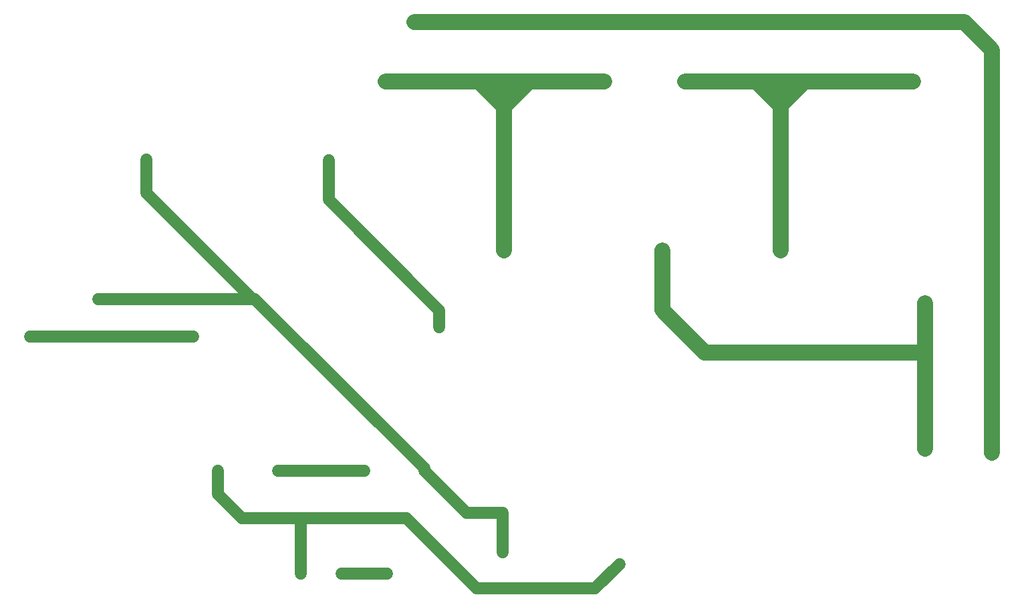
<source format=gbp>
%FSLAX24Y24*%
%MOIN*%
G70*
G01*
G75*
G04 Layer_Color=128*
%ADD10C,0.0394*%
%ADD11C,0.0591*%
%ADD12C,0.0787*%
%ADD13C,0.1969*%
%ADD14C,0.1575*%
%ADD15C,0.1181*%
%ADD16C,0.0984*%
%ADD17C,0.0984*%
%ADD18C,0.1000*%
%ADD19C,0.0591*%
%ADD20C,0.0787*%
%ADD21C,0.1969*%
%ADD22C,0.0800*%
%ADD23C,0.0709*%
%ADD24C,0.0630*%
%ADD25R,0.0630X0.0630*%
%ADD26O,0.0630X0.0787*%
%ADD27C,0.1200*%
%ADD28O,0.0800X0.1000*%
%ADD29R,0.0800X0.1000*%
%ADD30R,0.0787X0.0787*%
%ADD31O,0.0650X0.1000*%
%ADD32R,0.0650X0.1000*%
%ADD33R,0.0800X0.0800*%
%ADD34C,0.1181*%
%ADD35R,0.1181X0.1181*%
%ADD36O,0.0900X0.0600*%
%ADD37R,0.0900X0.0600*%
%ADD38O,0.0787X0.0591*%
%ADD39R,0.0630X0.0630*%
%ADD40R,0.1000X0.0650*%
%ADD41O,0.1000X0.0650*%
%ADD42R,0.0800X0.0800*%
%ADD43O,0.0591X0.0512*%
%ADD44R,0.0591X0.0512*%
G04:AMPARAMS|DCode=45|XSize=70mil|YSize=90mil|CornerRadius=0mil|HoleSize=0mil|Usage=FLASHONLY|Rotation=90.000|XOffset=0mil|YOffset=0mil|HoleType=Round|Shape=Octagon|*
%AMOCTAGOND45*
4,1,8,-0.0450,-0.0175,-0.0450,0.0175,-0.0275,0.0350,0.0275,0.0350,0.0450,0.0175,0.0450,-0.0175,0.0275,-0.0350,-0.0275,-0.0350,-0.0450,-0.0175,0.0*
%
%ADD45OCTAGOND45*%

%ADD46C,0.0394*%
%ADD47C,0.0100*%
%ADD48C,0.0070*%
%ADD49C,0.0150*%
%ADD50C,0.0120*%
%ADD51C,0.0039*%
%ADD52C,0.0079*%
%ADD53C,0.0250*%
%ADD54C,0.0080*%
%ADD55R,0.3990X0.0360*%
%ADD56R,0.0150X0.0550*%
%ADD57R,0.1260X0.0200*%
%ADD58R,0.0550X0.0150*%
%ADD59R,0.0200X0.1260*%
%ADD60C,0.1064*%
%ADD61C,0.1080*%
%ADD62C,0.0671*%
%ADD63C,0.0867*%
%ADD64C,0.2049*%
%ADD65C,0.0880*%
%ADD66C,0.0789*%
%ADD67C,0.0710*%
%ADD68R,0.0710X0.0710*%
%ADD69O,0.0710X0.0867*%
%ADD70C,0.1280*%
%ADD71O,0.0880X0.1080*%
%ADD72R,0.0880X0.1080*%
%ADD73R,0.0867X0.0867*%
%ADD74O,0.0730X0.1080*%
%ADD75R,0.0730X0.1080*%
%ADD76R,0.0880X0.0880*%
%ADD77C,0.1261*%
%ADD78R,0.1261X0.1261*%
%ADD79O,0.0980X0.0680*%
%ADD80R,0.0980X0.0680*%
%ADD81O,0.0867X0.0671*%
%ADD82R,0.0710X0.0710*%
%ADD83R,0.1080X0.0730*%
%ADD84O,0.1080X0.0730*%
%ADD85R,0.0880X0.0880*%
%ADD86O,0.0671X0.0592*%
%ADD87R,0.0671X0.0592*%
G04:AMPARAMS|DCode=88|XSize=78mil|YSize=98mil|CornerRadius=0mil|HoleSize=0mil|Usage=FLASHONLY|Rotation=90.000|XOffset=0mil|YOffset=0mil|HoleType=Round|Shape=Octagon|*
%AMOCTAGOND88*
4,1,8,-0.0490,-0.0195,-0.0490,0.0195,-0.0295,0.0390,0.0295,0.0390,0.0490,0.0195,0.0490,-0.0195,0.0295,-0.0390,-0.0295,-0.0390,-0.0490,-0.0195,0.0*
%
%ADD88OCTAGOND88*%

%ADD89C,0.0474*%
D11*
X325933Y25980D02*
X330760D01*
X325461Y31280D02*
X330760Y25980D01*
X325461Y31280D02*
Y32933D01*
X341425Y15315D02*
X343081D01*
X339319Y17421D02*
X341425Y15315D01*
X330878Y25980D02*
X339319Y17539D01*
Y17421D02*
Y17539D01*
X343238Y13344D02*
Y15312D01*
X324380Y25980D02*
X325933D01*
X323055Y25965D02*
X324941D01*
X325461Y31280D02*
Y32933D01*
X341425Y15315D02*
X343081D01*
X339319Y17421D02*
X341425Y15315D01*
X330878Y25980D02*
X339319Y17539D01*
Y17421D02*
Y17539D01*
X343238Y13344D02*
Y15312D01*
X340067Y24587D02*
Y25426D01*
X334550Y30943D02*
X340067Y25426D01*
X334550Y30943D02*
Y32912D01*
X324941Y24114D02*
X327784D01*
X319674D02*
X324931D01*
X332036Y17421D02*
X336327D01*
X330243Y15033D02*
X333081D01*
X333178Y14390D02*
Y14936D01*
Y12264D02*
Y14390D01*
X333081Y15033D02*
X338438D01*
X333081D02*
X333178Y14936D01*
X329044Y16232D02*
Y17421D01*
Y16232D02*
X330243Y15033D01*
X338438D02*
X341939Y11533D01*
X347845D01*
X349073Y12761D01*
X335185Y12264D02*
X337469D01*
D12*
X367638Y18307D02*
Y38425D01*
X338823Y39803D02*
X366260D01*
X367638Y38425D01*
X357087Y28425D02*
Y36850D01*
X352323D02*
X363701D01*
X355866D02*
X357047Y35669D01*
X357165Y35709D02*
X358228Y36772D01*
X342047Y36850D02*
X343307Y35591D01*
Y35591D02*
X344567Y36850D01*
X343307Y28425D02*
Y36850D01*
X337402Y36850D02*
X348307D01*
X351181Y25433D02*
Y28425D01*
Y25433D02*
X353307Y23307D01*
X364173D01*
X364280Y18524D02*
Y25768D01*
M02*

</source>
